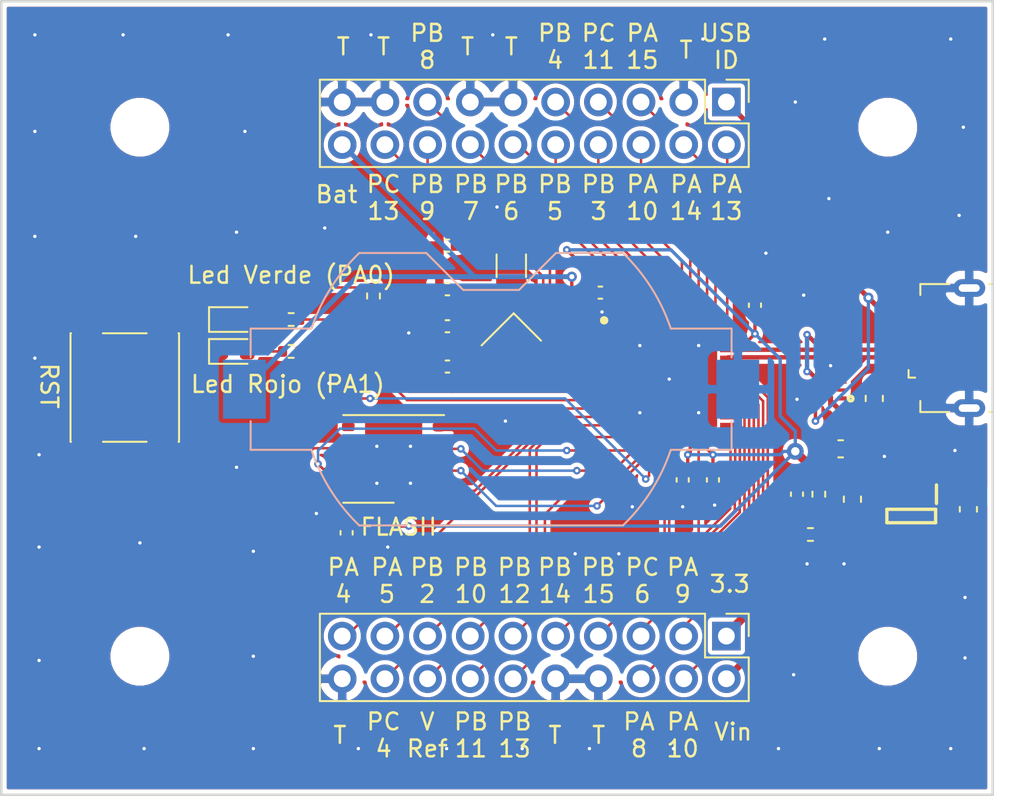
<source format=kicad_pcb>
(kicad_pcb (version 20171130) (host pcbnew "(5.1.9)-1")
  (layers (0 F.Cu signal) (31 B.Cu signal) (34 B.Paste user) (35 F.Paste user) (36 B.SilkS user hide) (37 F.SilkS user) (38 B.Mask user) (39 F.Mask user hide) (44 Edge.Cuts user))
  (net 0 "")
  (net 1 /OSC32_OUT)
  (net 2 /OSC32_IN)
  (net 3 GND)
  (net 4 /VBat)
  (net 5 "Net-(BUCK3.3-Pad5)")
  (net 6 /Vin)
  (net 7 "Net-(BUCK3.3-Pad3)")
  (net 8 /VDD)
  (net 9 /OSC_IN)
  (net 10 /OSC_OUT)
  (net 11 "Net-(EMI_VDDS_FILTER_USB1-Pad2)")
  (net 12 /SDIO3)
  (net 13 /SCLK)
  (net 14 /SDIO0)
  (net 15 /SDIO2)
  (net 16 /SDIO1)
  (net 17 /nCS)
  (net 18 "Net-(IC1-Pad6)")
  (net 19 "Net-(IC1-Pad1)")
  (net 20 /PB9)
  (net 21 /PB8-BOOT0)
  (net 22 /PB7)
  (net 23 /PB6)
  (net 24 /PB5)
  (net 25 /PB4)
  (net 26 /PB3)
  (net 27 /PC11)
  (net 28 /PC10)
  (net 29 /PA15)
  (net 30 /PA14)
  (net 31 /PA13)
  (net 32 /USB_D+)
  (net 33 /USB_D-)
  (net 34 /PA10)
  (net 35 /PA9)
  (net 36 /PA8)
  (net 37 /PC6)
  (net 38 /PB15)
  (net 39 /PB14)
  (net 40 /PB13)
  (net 41 /PB12)
  (net 42 /PB11)
  (net 43 /PB10)
  (net 44 /VREF)
  (net 45 /PB2)
  (net 46 /PC4)
  (net 47 /PA5)
  (net 48 /PA4)
  (net 49 /PA1)
  (net 50 /PA0)
  (net 51 /nRST)
  (net 52 /PC13)
  (net 53 /USB_ID)
  (net 54 "Net-(LED_ROJO1-Pad2)")
  (net 55 "Net-(LED_VERDE1-Pad2)")
  (net 56 "Net-(R_RST1-Pad2)")
  (module AUR9713AGH:MountingHole_3mm (layer F.Cu) (at 165.1 64.25)
    (fp_text reference REF** hide)
    (fp_text value MountingHole_3mm hide)
    (pad 1 np_thru_hole circle (at 0 0) (size 3 3) (drill 3) (layers *.Cu *.Mask))
  )
  (module AUR9713AGH:MountingHole_3mm (layer F.Cu) (at 165.1 95.75)
    (fp_text reference REF** hide)
    (fp_text value MountingHole_3mm hide)
    (pad 1 np_thru_hole circle (at 0 0) (size 3 3) (drill 3) (layers *.Cu *.Mask))
  )
  (module AUR9713AGH:MountingHole_3mm (layer F.Cu) (at 209.6 95.75)
    (fp_text reference REF** hide)
    (fp_text value MountingHole_3mm hide)
    (pad 1 np_thru_hole circle (at 0 0) (size 3 3) (drill 3) (layers *.Cu *.Mask))
  )
  (module AUR9713AGH:MountingHole_3mm (layer F.Cu) (at 209.6 64.25)
    (fp_text reference REF** hide)
    (fp_text value MountingHole_3mm hide)
    (pad 1 np_thru_hole circle (at 0 0) (size 3 3) (drill 3) (layers *.Cu *.Mask))
  )
  (module Button_Switch_SMD:SW_SPST_PTS645 (layer F.Cu) (at 164.2 79.75 270)
    (fp_text reference RST (at -0.1 4.5 270 unlocked) (layer F.SilkS))
    (fp_text value SW_DIP_x01 hide)
    (pad 2 smd rect (at 3.98 2.25 270) (size 1.55 1.3) (layers F.Cu F.Paste F.Mask) (net 56 "Net-(R_RST1-Pad2)"))
    (pad 1 smd rect (at 3.98 -2.25 270) (size 1.55 1.3) (layers F.Cu F.Paste F.Mask) (net 3 GND))
    (pad 1 smd rect (at -3.98 -2.25 270) (size 1.55 1.3) (layers F.Cu F.Paste F.Mask) (net 3 GND))
    (pad 2 smd rect (at -3.98 2.25 270) (size 1.55 1.3) (layers F.Cu F.Paste F.Mask) (net 56 "Net-(R_RST1-Pad2)"))
  )
  (module Resistor_SMD:R_0402_1005Metric (layer F.Cu) (at 179 74.3 90)
    (fp_text reference R_RST1 hide)
    (fp_text value 100 hide)
    (pad 2 smd roundrect (at 0.51 0 90) (size 0.54 0.64) (layers F.Cu F.Paste F.Mask) (net 56 "Net-(R_RST1-Pad2)"))
    (pad 1 smd roundrect (at -0.51 0 90) (size 0.54 0.64) (layers F.Cu F.Paste F.Mask) (net 51 /nRST))
  )
  (module Resistor_SMD:R_0402_1005Metric (layer F.Cu) (at 174.1 75.7 180)
    (fp_text reference R_LED_VERDE1 hide)
    (fp_text value 220 hide)
    (pad 2 smd roundrect (at 0.51 0 180) (size 0.54 0.64) (layers F.Cu F.Paste F.Mask) (net 55 "Net-(LED_VERDE1-Pad2)"))
    (pad 1 smd roundrect (at -0.51 0 180) (size 0.54 0.64) (layers F.Cu F.Paste F.Mask) (net 50 /PA0))
  )
  (module Resistor_SMD:R_0402_1005Metric (layer F.Cu) (at 174.1 77.6 180)
    (fp_text reference R_LED_ROJO1 hide)
    (fp_text value 180 hide)
    (pad 2 smd roundrect (at 0.51 0 180) (size 0.54 0.64) (layers F.Cu F.Paste F.Mask) (net 54 "Net-(LED_ROJO1-Pad2)"))
    (pad 1 smd roundrect (at -0.51 0 180) (size 0.54 0.64) (layers F.Cu F.Paste F.Mask) (net 49 /PA1))
  )
  (module LED_SMD:LED_0603_1608Metric (layer F.Cu) (at 170.7 75.7)
    (fp_text reference "Led Verde (PA0)" (at 3.4 -2.65) (layer F.SilkS))
    (fp_text value LED hide)
    (pad 2 smd roundrect (at 0.7875 0) (size 0.875 0.95) (layers F.Cu F.Paste F.Mask) (net 55 "Net-(LED_VERDE1-Pad2)"))
    (pad 1 smd roundrect (at -0.7875 0) (size 0.875 0.95) (layers F.Cu F.Paste F.Mask) (net 3 GND))
  )
  (module LED_SMD:LED_0603_1608Metric (layer F.Cu) (at 170.7 77.6)
    (fp_text reference "Led Rojo (PA1)" (at 3.2 1.95) (layer F.SilkS))
    (fp_text value LED hide)
    (pad 2 smd roundrect (at 0.7875 0) (size 0.875 0.95) (layers F.Cu F.Paste F.Mask) (net 54 "Net-(LED_ROJO1-Pad2)"))
    (pad 1 smd roundrect (at -0.7875 0) (size 0.875 0.95) (layers F.Cu F.Paste F.Mask) (net 3 GND))
  )
  (module Connector_USB:USB_Micro-B_GCT_USB3076-30-A (layer F.Cu) (at 213.25 77.4 90)
    (fp_text reference USB_IN1 hide)
    (fp_text value USB_B_Micro hide)
    (pad 6 smd rect (at -2.32 -1.03 90) (size 1.15 1.45) (layers F.Cu F.Paste F.Mask) (net 3 GND))
    (pad 6 smd rect (at 2.32 -1.03 90) (size 1.15 1.45) (layers F.Cu F.Paste F.Mask) (net 3 GND))
    (pad 6 thru_hole oval (at 3.575 1.2 90) (size 1.05 1.9) (drill oval 0.45 1.25) (layers *.Cu *.Mask) (net 3 GND))
    (pad 6 thru_hole oval (at -3.575 1.2 270) (size 1.05 1.9) (drill oval 0.45 1.25) (layers *.Cu *.Mask) (net 3 GND))
    (pad 6 smd rect (at -1.125 1.2 90) (size 1.75 1.9) (layers F.Cu F.Paste F.Mask) (net 3 GND))
    (pad 3 smd rect (at 0 -1.45 90) (size 0.4 1.4) (layers F.Cu F.Paste F.Mask) (net 32 /USB_D+))
    (pad 4 smd rect (at 0.65 -1.45 90) (size 0.4 1.4) (layers F.Cu F.Paste F.Mask) (net 53 /USB_ID))
    (pad 5 smd rect (at 1.3 -1.45 90) (size 0.4 1.4) (layers F.Cu F.Paste F.Mask) (net 3 GND))
    (pad 1 smd rect (at -1.3 -1.45 90) (size 0.4 1.4) (layers F.Cu F.Paste F.Mask) (net 11 "Net-(EMI_VDDS_FILTER_USB1-Pad2)"))
    (pad 2 smd rect (at -0.65 -1.45 90) (size 0.4 1.4) (layers F.Cu F.Paste F.Mask) (net 33 /USB_D-))
    (pad 6 smd rect (at 1.125 1.2 90) (size 1.75 1.9) (layers F.Cu F.Paste F.Mask) (net 3 GND))
  )
  (module STM32G491:QFN50P700X700X60-49N-D (layer F.Cu) (at 196.6 79.25)
    (fp_text reference STM32 hide)
    (fp_text value STM32G491CCU6 hide)
    (pad 49 smd rect (at 0 0) (size 5.7 5.7) (layers F.Cu F.Paste F.Mask) (net 3 GND))
    (pad 48 smd rect (at -2.75 -3.45) (size 0.3 0.85) (layers F.Cu F.Paste F.Mask) (net 8 /VDD))
    (pad 47 smd rect (at -2.25 -3.45) (size 0.3 0.85) (layers F.Cu F.Paste F.Mask) (net 20 /PB9))
    (pad 46 smd rect (at -1.75 -3.45) (size 0.3 0.85) (layers F.Cu F.Paste F.Mask) (net 21 /PB8-BOOT0))
    (pad 45 smd rect (at -1.25 -3.45) (size 0.3 0.85) (layers F.Cu F.Paste F.Mask) (net 22 /PB7))
    (pad 44 smd rect (at -0.75 -3.45) (size 0.3 0.85) (layers F.Cu F.Paste F.Mask) (net 23 /PB6))
    (pad 43 smd rect (at -0.25 -3.45) (size 0.3 0.85) (layers F.Cu F.Paste F.Mask) (net 24 /PB5))
    (pad 42 smd rect (at 0.25 -3.45) (size 0.3 0.85) (layers F.Cu F.Paste F.Mask) (net 25 /PB4))
    (pad 41 smd rect (at 0.75 -3.45) (size 0.3 0.85) (layers F.Cu F.Paste F.Mask) (net 26 /PB3))
    (pad 40 smd rect (at 1.25 -3.45) (size 0.3 0.85) (layers F.Cu F.Paste F.Mask) (net 27 /PC11))
    (pad 39 smd rect (at 1.75 -3.45) (size 0.3 0.85) (layers F.Cu F.Paste F.Mask) (net 28 /PC10))
    (pad 38 smd rect (at 2.25 -3.45) (size 0.3 0.85) (layers F.Cu F.Paste F.Mask) (net 29 /PA15))
    (pad 37 smd rect (at 2.75 -3.45) (size 0.3 0.85) (layers F.Cu F.Paste F.Mask) (net 30 /PA14))
    (pad 36 smd rect (at 3.45 -2.75 90) (size 0.3 0.85) (layers F.Cu F.Paste F.Mask) (net 31 /PA13))
    (pad 35 smd rect (at 3.45 -2.25 90) (size 0.3 0.85) (layers F.Cu F.Paste F.Mask) (net 8 /VDD))
    (pad 34 smd rect (at 3.45 -1.75 90) (size 0.3 0.85) (layers F.Cu F.Paste F.Mask) (net 32 /USB_D+))
    (pad 33 smd rect (at 3.45 -1.25 90) (size 0.3 0.85) (layers F.Cu F.Paste F.Mask) (net 33 /USB_D-))
    (pad 32 smd rect (at 3.45 -0.75 90) (size 0.3 0.85) (layers F.Cu F.Paste F.Mask) (net 34 /PA10))
    (pad 31 smd rect (at 3.45 -0.25 90) (size 0.3 0.85) (layers F.Cu F.Paste F.Mask) (net 35 /PA9))
    (pad 30 smd rect (at 3.45 0.25 90) (size 0.3 0.85) (layers F.Cu F.Paste F.Mask) (net 36 /PA8))
    (pad 29 smd rect (at 3.45 0.75 90) (size 0.3 0.85) (layers F.Cu F.Paste F.Mask) (net 37 /PC6))
    (pad 28 smd rect (at 3.45 1.25 90) (size 0.3 0.85) (layers F.Cu F.Paste F.Mask) (net 38 /PB15))
    (pad 27 smd rect (at 3.45 1.75 90) (size 0.3 0.85) (layers F.Cu F.Paste F.Mask) (net 39 /PB14))
    (pad 26 smd rect (at 3.45 2.25 90) (size 0.3 0.85) (layers F.Cu F.Paste F.Mask) (net 40 /PB13))
    (pad 25 smd rect (at 3.45 2.75 90) (size 0.3 0.85) (layers F.Cu F.Paste F.Mask) (net 41 /PB12))
    (pad 24 smd rect (at 2.75 3.45) (size 0.3 0.85) (layers F.Cu F.Paste F.Mask) (net 42 /PB11))
    (pad 23 smd rect (at 2.25 3.45) (size 0.3 0.85) (layers F.Cu F.Paste F.Mask) (net 8 /VDD))
    (pad 22 smd rect (at 1.75 3.45) (size 0.3 0.85) (layers F.Cu F.Paste F.Mask) (net 43 /PB10))
    (pad 21 smd rect (at 1.25 3.45) (size 0.3 0.85) (layers F.Cu F.Paste F.Mask) (net 8 /VDD))
    (pad 20 smd rect (at 0.75 3.45) (size 0.3 0.85) (layers F.Cu F.Paste F.Mask) (net 44 /VREF))
    (pad 19 smd rect (at 0.25 3.45) (size 0.3 0.85) (layers F.Cu F.Paste F.Mask) (net 45 /PB2))
    (pad 18 smd rect (at -0.25 3.45) (size 0.3 0.85) (layers F.Cu F.Paste F.Mask) (net 14 /SDIO0))
    (pad 17 smd rect (at -0.75 3.45) (size 0.3 0.85) (layers F.Cu F.Paste F.Mask) (net 16 /SDIO1))
    (pad 16 smd rect (at -1.25 3.45) (size 0.3 0.85) (layers F.Cu F.Paste F.Mask) (net 46 /PC4))
    (pad 15 smd rect (at -1.75 3.45) (size 0.3 0.85) (layers F.Cu F.Paste F.Mask) (net 15 /SDIO2))
    (pad 14 smd rect (at -2.25 3.45) (size 0.3 0.85) (layers F.Cu F.Paste F.Mask) (net 12 /SDIO3))
    (pad 13 smd rect (at -2.75 3.45) (size 0.3 0.85) (layers F.Cu F.Paste F.Mask) (net 47 /PA5))
    (pad 12 smd rect (at -3.45 2.75 90) (size 0.3 0.85) (layers F.Cu F.Paste F.Mask) (net 48 /PA4))
    (pad 11 smd rect (at -3.45 2.25 90) (size 0.3 0.85) (layers F.Cu F.Paste F.Mask) (net 13 /SCLK))
    (pad 10 smd rect (at -3.45 1.75 90) (size 0.3 0.85) (layers F.Cu F.Paste F.Mask) (net 17 /nCS))
    (pad 9 smd rect (at -3.45 1.25 90) (size 0.3 0.85) (layers F.Cu F.Paste F.Mask) (net 49 /PA1))
    (pad 8 smd rect (at -3.45 0.75 90) (size 0.3 0.85) (layers F.Cu F.Paste F.Mask) (net 50 /PA0))
    (pad 7 smd rect (at -3.45 0.25 90) (size 0.3 0.85) (layers F.Cu F.Paste F.Mask) (net 51 /nRST))
    (pad 6 smd rect (at -3.45 -0.25 90) (size 0.3 0.85) (layers F.Cu F.Paste F.Mask) (net 10 /OSC_OUT))
    (pad 5 smd rect (at -3.45 -0.75 90) (size 0.3 0.85) (layers F.Cu F.Paste F.Mask) (net 9 /OSC_IN))
    (pad 4 smd rect (at -3.45 -1.25 90) (size 0.3 0.85) (layers F.Cu F.Paste F.Mask) (net 1 /OSC32_OUT))
    (pad 3 smd rect (at -3.45 -1.75 90) (size 0.3 0.85) (layers F.Cu F.Paste F.Mask) (net 2 /OSC32_IN))
    (pad 2 smd rect (at -3.45 -2.25 90) (size 0.3 0.85) (layers F.Cu F.Paste F.Mask) (net 52 /PC13))
    (pad 1 smd rect (at -3.45 -2.75 90) (size 0.3 0.85) (layers F.Cu F.Paste F.Mask) (net 4 /VBat))
  )
  (module Resistor_SMD:R_0402_1005Metric (layer F.Cu) (at 205 88.5)
    (fp_text reference R102 hide)
    (fp_text value 100k hide)
    (pad 2 smd roundrect (at 0.51 0) (size 0.54 0.64) (layers F.Cu F.Paste F.Mask) (net 5 "Net-(BUCK3.3-Pad5)"))
    (pad 1 smd roundrect (at -0.51 0) (size 0.54 0.64) (layers F.Cu F.Paste F.Mask) (net 3 GND))
  )
  (module Resistor_SMD:R_0402_1005Metric (layer F.Cu) (at 205.5 86.1 90)
    (fp_text reference R101 hide)
    (fp_text value 450k hide)
    (pad 2 smd roundrect (at 0.51 0 90) (size 0.54 0.64) (layers F.Cu F.Paste F.Mask) (net 8 /VDD))
    (pad 1 smd roundrect (at -0.51 0 90) (size 0.54 0.64) (layers F.Cu F.Paste F.Mask) (net 5 "Net-(BUCK3.3-Pad5)"))
  )
  (module Inductor_SMD:L_0603_1608Metric (layer F.Cu) (at 207.5 86.4 90)
    (fp_text reference L101 hide)
    (fp_text value 2.2u hide)
    (pad 2 smd roundrect (at 0.7875 0 90) (size 0.875 0.95) (layers F.Cu F.Paste F.Mask) (net 8 /VDD))
    (pad 1 smd roundrect (at -0.7875 0 90) (size 0.875 0.95) (layers F.Cu F.Paste F.Mask) (net 7 "Net-(BUCK3.3-Pad3)"))
  )
  (module Connector_PinHeader_2.54mm:PinHeader_2x10_P2.54mm_Vertical (layer F.Cu) (at 200 94.55 270)
    (fp_text reference J2 hide)
    (fp_text value Conn_02x10_Odd_Even hide)
    (pad 1 thru_hole rect (at 0 0 270) (size 1.7 1.7) (drill 1) (layers *.Cu *.Mask) (net 8 /VDD))
    (pad 2 thru_hole oval (at 2.54 0 270) (size 1.7 1.7) (drill 1) (layers *.Cu *.Mask) (net 6 /Vin))
    (pad 3 thru_hole oval (at 0 2.54 270) (size 1.7 1.7) (drill 1) (layers *.Cu *.Mask) (net 35 /PA9))
    (pad 4 thru_hole oval (at 2.54 2.54 270) (size 1.7 1.7) (drill 1) (layers *.Cu *.Mask) (net 34 /PA10))
    (pad 5 thru_hole oval (at 0 5.08 270) (size 1.7 1.7) (drill 1) (layers *.Cu *.Mask) (net 37 /PC6))
    (pad 6 thru_hole oval (at 2.54 5.08 270) (size 1.7 1.7) (drill 1) (layers *.Cu *.Mask) (net 36 /PA8))
    (pad 7 thru_hole oval (at 0 7.62 270) (size 1.7 1.7) (drill 1) (layers *.Cu *.Mask) (net 38 /PB15))
    (pad 8 thru_hole oval (at 2.54 7.62 270) (size 1.7 1.7) (drill 1) (layers *.Cu *.Mask) (net 3 GND))
    (pad 9 thru_hole oval (at 0 10.16 270) (size 1.7 1.7) (drill 1) (layers *.Cu *.Mask) (net 39 /PB14))
    (pad 10 thru_hole oval (at 2.54 10.16 270) (size 1.7 1.7) (drill 1) (layers *.Cu *.Mask) (net 3 GND))
    (pad 11 thru_hole oval (at 0 12.7 270) (size 1.7 1.7) (drill 1) (layers *.Cu *.Mask) (net 41 /PB12))
    (pad 12 thru_hole oval (at 2.54 12.7 270) (size 1.7 1.7) (drill 1) (layers *.Cu *.Mask) (net 40 /PB13))
    (pad 13 thru_hole oval (at 0 15.24 270) (size 1.7 1.7) (drill 1) (layers *.Cu *.Mask) (net 43 /PB10))
    (pad 14 thru_hole oval (at 2.54 15.24 270) (size 1.7 1.7) (drill 1) (layers *.Cu *.Mask) (net 42 /PB11))
    (pad 15 thru_hole oval (at 0 17.78 270) (size 1.7 1.7) (drill 1) (layers *.Cu *.Mask) (net 45 /PB2))
    (pad 16 thru_hole oval (at 2.54 17.78 270) (size 1.7 1.7) (drill 1) (layers *.Cu *.Mask) (net 44 /VREF))
    (pad 17 thru_hole oval (at 0 20.32 270) (size 1.7 1.7) (drill 1) (layers *.Cu *.Mask) (net 47 /PA5))
    (pad 18 thru_hole oval (at 2.54 20.32 270) (size 1.7 1.7) (drill 1) (layers *.Cu *.Mask) (net 46 /PC4))
    (pad 19 thru_hole oval (at 0 22.86 270) (size 1.7 1.7) (drill 1) (layers *.Cu *.Mask) (net 48 /PA4))
    (pad 20 thru_hole oval (at 2.54 22.86 270) (size 1.7 1.7) (drill 1) (layers *.Cu *.Mask) (net 3 GND))
  )
  (module Connector_PinHeader_2.54mm:PinHeader_2x10_P2.54mm_Vertical (layer F.Cu) (at 200 62.75 270)
    (fp_text reference J1 hide)
    (fp_text value Conn_02x10_Odd_Even hide)
    (pad 20 thru_hole oval (at 2.54 22.86 270) (size 1.7 1.7) (drill 1) (layers *.Cu *.Mask) (net 4 /VBat))
    (pad 19 thru_hole oval (at 0 22.86 270) (size 1.7 1.7) (drill 1) (layers *.Cu *.Mask) (net 3 GND))
    (pad 18 thru_hole oval (at 2.54 20.32 270) (size 1.7 1.7) (drill 1) (layers *.Cu *.Mask) (net 52 /PC13))
    (pad 17 thru_hole oval (at 0 20.32 270) (size 1.7 1.7) (drill 1) (layers *.Cu *.Mask) (net 3 GND))
    (pad 16 thru_hole oval (at 2.54 17.78 270) (size 1.7 1.7) (drill 1) (layers *.Cu *.Mask) (net 20 /PB9))
    (pad 15 thru_hole oval (at 0 17.78 270) (size 1.7 1.7) (drill 1) (layers *.Cu *.Mask) (net 21 /PB8-BOOT0))
    (pad 14 thru_hole oval (at 2.54 15.24 270) (size 1.7 1.7) (drill 1) (layers *.Cu *.Mask) (net 22 /PB7))
    (pad 13 thru_hole oval (at 0 15.24 270) (size 1.7 1.7) (drill 1) (layers *.Cu *.Mask) (net 3 GND))
    (pad 12 thru_hole oval (at 2.54 12.7 270) (size 1.7 1.7) (drill 1) (layers *.Cu *.Mask) (net 23 /PB6))
    (pad 11 thru_hole oval (at 0 12.7 270) (size 1.7 1.7) (drill 1) (layers *.Cu *.Mask) (net 3 GND))
    (pad 10 thru_hole oval (at 2.54 10.16 270) (size 1.7 1.7) (drill 1) (layers *.Cu *.Mask) (net 24 /PB5))
    (pad 9 thru_hole oval (at 0 10.16 270) (size 1.7 1.7) (drill 1) (layers *.Cu *.Mask) (net 25 /PB4))
    (pad 8 thru_hole oval (at 2.54 7.62 270) (size 1.7 1.7) (drill 1) (layers *.Cu *.Mask) (net 26 /PB3))
    (pad 7 thru_hole oval (at 0 7.62 270) (size 1.7 1.7) (drill 1) (layers *.Cu *.Mask) (net 27 /PC11))
    (pad 6 thru_hole oval (at 2.54 5.08 270) (size 1.7 1.7) (drill 1) (layers *.Cu *.Mask) (net 28 /PC10))
    (pad 5 thru_hole oval (at 0 5.08 270) (size 1.7 1.7) (drill 1) (layers *.Cu *.Mask) (net 29 /PA15))
    (pad 4 thru_hole oval (at 2.54 2.54 270) (size 1.7 1.7) (drill 1) (layers *.Cu *.Mask) (net 30 /PA14))
    (pad 3 thru_hole oval (at 0 2.54 270) (size 1.7 1.7) (drill 1) (layers *.Cu *.Mask) (net 3 GND))
    (pad 2 thru_hole oval (at 2.54 0 270) (size 1.7 1.7) (drill 1) (layers *.Cu *.Mask) (net 31 /PA13))
    (pad 1 thru_hole rect (at 0 0 270) (size 1.7 1.7) (drill 1) (layers *.Cu *.Mask) (net 53 /USB_ID))
  )
  (module AUR9713AGH:RSE0008A (layer F.Cu) (at 206.2 79.9 180)
    (fp_text reference IC1 hide)
    (fp_text value TPD6E004RSER hide)
    (pad 8 smd rect (at 0 -0.65 180) (size 0.3 0.6) (layers F.Cu F.Paste F.Mask) (net 6 /Vin))
    (pad 7 smd rect (at 0.675 -0.5 270) (size 0.25 0.55) (layers F.Cu F.Paste F.Mask) (net 53 /USB_ID))
    (pad 6 smd rect (at 0.675 0 270) (size 0.2 0.55) (layers F.Cu F.Paste F.Mask) (net 18 "Net-(IC1-Pad6)"))
    (pad 5 smd rect (at 0.675 0.5 270) (size 0.25 0.55) (layers F.Cu F.Paste F.Mask) (net 32 /USB_D+))
    (pad 4 smd rect (at 0 0.65 180) (size 0.3 0.6) (layers F.Cu F.Paste F.Mask) (net 3 GND))
    (pad 3 smd rect (at -0.675 0.5 270) (size 0.25 0.55) (layers F.Cu F.Paste F.Mask) (net 33 /USB_D-))
    (pad 2 smd rect (at -0.675 0 270) (size 0.2 0.55) (layers F.Cu F.Paste F.Mask))
    (pad 1 smd rect (at -0.675 -0.5 270) (size 0.25 0.55) (layers F.Cu F.Paste F.Mask) (net 19 "Net-(IC1-Pad1)"))
  )
  (module Package_SON:WSON-8-1EP_6x5mm_P1.27mm_EP3.4x4.3mm (layer F.Cu) (at 180.2 84 180)
    (fp_text reference FLASH (at -0.3 -4.05) (layer F.SilkS))
    (fp_text value W25Q64JWZPIM hide)
    (pad 9 smd rect (at 0 0 180) (size 3.4 4.3) (layers F.Cu F.Mask) (net 3 GND))
    (pad 8 smd roundrect (at 2.7 -1.905 180) (size 0.75 0.5) (layers F.Cu F.Paste F.Mask) (net 8 /VDD))
    (pad 7 smd roundrect (at 2.7 -0.635 180) (size 0.75 0.5) (layers F.Cu F.Paste F.Mask) (net 12 /SDIO3))
    (pad 6 smd roundrect (at 2.7 0.635 180) (size 0.75 0.5) (layers F.Cu F.Paste F.Mask) (net 13 /SCLK))
    (pad 5 smd roundrect (at 2.7 1.905 180) (size 0.75 0.5) (layers F.Cu F.Paste F.Mask) (net 14 /SDIO0))
    (pad 4 smd roundrect (at -2.7 1.905 180) (size 0.75 0.5) (layers F.Cu F.Paste F.Mask) (net 3 GND))
    (pad 3 smd roundrect (at -2.7 0.635 180) (size 0.75 0.5) (layers F.Cu F.Paste F.Mask) (net 15 /SDIO2))
    (pad 2 smd roundrect (at -2.7 -0.635 180) (size 0.75 0.5) (layers F.Cu F.Paste F.Mask) (net 16 /SDIO1))
    (pad 1 smd roundrect (at -2.7 -1.905 180) (size 0.75 0.5) (layers F.Cu F.Paste F.Mask) (net 17 /nCS))
  )
  (module Inductor_SMD:L_0603_1608Metric (layer F.Cu) (at 208.8 80.4 90)
    (fp_text reference EMI_VDDS_FILTER_USB1 hide)
    (fp_text value "BLM18HE152SN1D " hide)
    (pad 2 smd roundrect (at 0.7875 0 90) (size 0.875 0.95) (layers F.Cu F.Paste F.Mask) (net 11 "Net-(EMI_VDDS_FILTER_USB1-Pad2)"))
    (pad 1 smd roundrect (at -0.7875 0 90) (size 0.875 0.95) (layers F.Cu F.Paste F.Mask) (net 6 /Vin))
  )
  (module Crystal:Crystal_SMD_2016-4Pin_2.0x1.6mm (layer F.Cu) (at 187.2 77.1 225)
    (fp_text reference Crystal_48MHz1 hide)
    (fp_text value CX2016DB48000C0FPLC1 hide)
    (pad 4 smd rect (at -0.7 -0.55 225) (size 0.9 0.8) (layers F.Cu F.Paste F.Mask))
    (pad 3 smd rect (at 0.7 -0.55 225) (size 0.9 0.8) (layers F.Cu F.Paste F.Mask) (net 10 /OSC_OUT))
    (pad 2 smd rect (at 0.7 0.55 225) (size 0.9 0.8) (layers F.Cu F.Paste F.Mask) (net 3 GND))
    (pad 1 smd rect (at -0.7 0.55 225) (size 0.9 0.8) (layers F.Cu F.Paste F.Mask) (net 9 /OSC_IN))
  )
  (module Capacitor_SMD:C_0402_1005Metric (layer F.Cu) (at 183.4 78.5 180)
    (fp_text reference "C2(opt)1" hide)
    (fp_text value 4p hide)
    (pad 2 smd roundrect (at 0.48 0 180) (size 0.56 0.62) (layers F.Cu F.Paste F.Mask) (net 3 GND))
    (pad 1 smd roundrect (at -0.48 0 180) (size 0.56 0.62) (layers F.Cu F.Paste F.Mask) (net 10 /OSC_OUT))
  )
  (module Capacitor_SMD:C_0402_1005Metric (layer F.Cu) (at 183.4 76.1 180)
    (fp_text reference "C1(opt)1" hide)
    (fp_text value 4p hide)
    (pad 2 smd roundrect (at 0.48 0 180) (size 0.56 0.62) (layers F.Cu F.Paste F.Mask) (net 3 GND))
    (pad 1 smd roundrect (at -0.48 0 180) (size 0.56 0.62) (layers F.Cu F.Paste F.Mask) (net 9 /OSC_IN))
  )
  (module Capacitor_SMD:C_0402_1005Metric (layer F.Cu) (at 204.2 86.1 90)
    (fp_text reference C203 hide)
    (fp_text value 13p hide)
    (pad 2 smd roundrect (at 0.48 0 90) (size 0.56 0.62) (layers F.Cu F.Paste F.Mask) (net 8 /VDD))
    (pad 1 smd roundrect (at -0.48 0 90) (size 0.56 0.62) (layers F.Cu F.Paste F.Mask) (net 5 "Net-(BUCK3.3-Pad5)"))
  )
  (module Capacitor_SMD:C_0603_1608Metric (layer F.Cu) (at 206.8 83.4)
    (fp_text reference C202 hide)
    (fp_text value 10u hide)
    (pad 2 smd roundrect (at 0.775 0) (size 0.9 0.95) (layers F.Cu F.Paste F.Mask) (net 3 GND))
    (pad 1 smd roundrect (at -0.775 0) (size 0.9 0.95) (layers F.Cu F.Paste F.Mask) (net 8 /VDD))
  )
  (module Capacitor_SMD:C_0603_1608Metric (layer F.Cu) (at 214.4 87 90)
    (fp_text reference C201 hide)
    (fp_text value 4.7u hide)
    (pad 2 smd roundrect (at 0.775 0 90) (size 0.9 0.95) (layers F.Cu F.Paste F.Mask) (net 3 GND))
    (pad 1 smd roundrect (at -0.775 0 90) (size 0.9 0.95) (layers F.Cu F.Paste F.Mask) (net 6 /Vin))
  )
  (module Capacitor_SMD:C_0402_1005Metric (layer F.Cu) (at 177.4 88.4 270)
    (fp_text reference C105 hide)
    (fp_text value 100n hide)
    (pad 2 smd roundrect (at 0.48 0 270) (size 0.56 0.62) (layers F.Cu F.Paste F.Mask) (net 3 GND))
    (pad 1 smd roundrect (at -0.48 0 270) (size 0.56 0.62) (layers F.Cu F.Paste F.Mask) (net 8 /VDD))
  )
  (module Capacitor_SMD:C_0402_1005Metric (layer F.Cu) (at 197.4 85.25 90)
    (fp_text reference C104 hide)
    (fp_text value 100n hide)
    (pad 2 smd roundrect (at 0.48 0 90) (size 0.56 0.62) (layers F.Cu F.Paste F.Mask) (net 8 /VDD))
    (pad 1 smd roundrect (at -0.48 0 90) (size 0.56 0.62) (layers F.Cu F.Paste F.Mask) (net 3 GND))
  )
  (module Capacitor_SMD:C_0402_1005Metric (layer F.Cu) (at 192.5 74.1)
    (fp_text reference C103 hide)
    (fp_text value 100n hide)
    (pad 2 smd roundrect (at 0.48 0) (size 0.56 0.62) (layers F.Cu F.Paste F.Mask) (net 8 /VDD))
    (pad 1 smd roundrect (at -0.48 0) (size 0.56 0.62) (layers F.Cu F.Paste F.Mask) (net 3 GND))
  )
  (module Capacitor_SMD:C_0402_1005Metric (layer F.Cu) (at 201.7 74.85 270)
    (fp_text reference C102 hide)
    (fp_text value 100n hide)
    (pad 2 smd roundrect (at 0.48 0 270) (size 0.56 0.62) (layers F.Cu F.Paste F.Mask) (net 8 /VDD))
    (pad 1 smd roundrect (at -0.48 0 270) (size 0.56 0.62) (layers F.Cu F.Paste F.Mask) (net 3 GND))
  )
  (module Capacitor_SMD:C_0402_1005Metric (layer F.Cu) (at 199.2 85.25 90)
    (fp_text reference C101 hide)
    (fp_text value 100n hide)
    (pad 2 smd roundrect (at 0.48 0 90) (size 0.56 0.62) (layers F.Cu F.Paste F.Mask) (net 8 /VDD))
    (pad 1 smd roundrect (at -0.48 0 90) (size 0.56 0.62) (layers F.Cu F.Paste F.Mask) (net 3 GND))
  )
  (module Capacitor_SMD:C_0402_1005Metric (layer F.Cu) (at 183.4 73.9 180)
    (fp_text reference C4 hide)
    (fp_text value 12p hide)
    (pad 2 smd roundrect (at 0.48 0 180) (size 0.56 0.62) (layers F.Cu F.Paste F.Mask) (net 3 GND))
    (pad 1 smd roundrect (at -0.48 0 180) (size 0.56 0.62) (layers F.Cu F.Paste F.Mask) (net 1 /OSC32_OUT))
  )
  (module Capacitor_SMD:C_0402_1005Metric (layer F.Cu) (at 183.4 71.3 180)
    (fp_text reference C3 hide)
    (fp_text value 12p hide)
    (pad 2 smd roundrect (at 0.48 0 180) (size 0.56 0.62) (layers F.Cu F.Paste F.Mask) (net 3 GND))
    (pad 1 smd roundrect (at -0.48 0 180) (size 0.56 0.62) (layers F.Cu F.Paste F.Mask) (net 2 /OSC32_IN))
  )
  (module AUR9713AGH:SOT95P280X100-5N (layer F.Cu) (at 211 87.4 270)
    (fp_text reference BUCK3.3 hide)
    (fp_text value AUR9713AGH hide)
    (pad 5 smd rect (at 1.3 -0.95) (size 0.6 1.1) (layers F.Cu F.Paste F.Mask) (net 5 "Net-(BUCK3.3-Pad5)"))
    (pad 4 smd rect (at 1.3 0.95) (size 0.6 1.1) (layers F.Cu F.Paste F.Mask) (net 6 /Vin))
    (pad 3 smd rect (at -1.3 0.95) (size 0.6 1.1) (layers F.Cu F.Paste F.Mask) (net 7 "Net-(BUCK3.3-Pad3)"))
    (pad 2 smd rect (at -1.3 0) (size 0.6 1.1) (layers F.Cu F.Paste F.Mask) (net 3 GND))
    (pad 1 smd rect (at -1.3 -0.95) (size 0.6 1.1) (layers F.Cu F.Paste F.Mask) (net 6 /Vin))
  )
  (module Battery:BatteryHolder_Keystone_1058_1x2032 (layer B.Cu) (at 186 79.85)
    (fp_text reference Battery1 hide)
    (fp_text value LIR2032 hide)
    (pad 2 smd rect (at 14.68 0) (size 2.54 3.51) (layers B.Cu B.Paste B.Mask) (net 3 GND))
    (pad 1 smd rect (at -14.68 0) (size 2.54 3.51) (layers B.Cu B.Paste B.Mask) (net 4 /VBat))
  )
  (module Crystal:Crystal_SMD_3215-2Pin_3.2x1.5mm (layer F.Cu) (at 187.2 72.5 90)
    (fp_text reference 32KHz_Crystal1 hide)
    (fp_text value "32KHz crystal" hide)
    (pad 2 smd rect (at -1.25 0 90) (size 1 1.8) (layers F.Cu F.Paste F.Mask) (net 1 /OSC32_OUT))
    (pad 1 smd rect (at 1.25 0 90) (size 1 1.8) (layers F.Cu F.Paste F.Mask) (net 2 /OSC32_IN))
  )
  (gr_line (start 215.85 104) (end 215.85 74.5) (layer Edge.Cuts) (width 0.15))
  (gr_line (start 215.6 104) (end 215.85 104) (layer Edge.Cuts) (width 0.15))
  (gr_line (start 156.85 104) (end 215.6 104) (layer Edge.Cuts) (width 0.15))
  (gr_line (start 156.85 56.75) (end 156.85 104) (layer Edge.Cuts) (width 0.15))
  (gr_line (start 215.85 56.75) (end 156.85 56.75) (layer Edge.Cuts) (width 0.15))
  (gr_line (start 215.85 74.5) (end 215.85 56.75) (layer Edge.Cuts) (width 0.15))
  (gr_text T (at 177 100.45) (layer F.SilkS) (effects (font (size 1 1))))
  (gr_text T (at 192.4 100.45) (layer F.SilkS) (effects (font (size 1 1))))
  (gr_text T (at 189.8 100.45) (layer F.SilkS) (effects (font (size 1 1))))
  (gr_text Vin (at 200.4 100.25) (layer F.SilkS) (effects (font (size 1 1))))
  (gr_text "PA\n10" (at 197.4 100.45) (layer F.SilkS) (effects (font (size 1 1))))
  (gr_text "PA\n8" (at 194.8 100.45) (layer F.SilkS) (effects (font (size 1 1))))
  (gr_text "PB\n13" (at 187.4 100.45) (layer F.SilkS) (effects (font (size 1 1))))
  (gr_text "PB\n11" (at 184.8 100.45) (layer F.SilkS) (effects (font (size 1 1))))
  (gr_text "V\nRef" (at 182.2 100.45) (layer F.SilkS) (effects (font (size 1 1))))
  (gr_text "PC\n4" (at 179.6 100.45) (layer F.SilkS) (effects (font (size 1 1))))
  (gr_text "PA\n4" (at 177.2 91.25) (layer F.SilkS) (effects (font (size 1 1))))
  (gr_text "PA\n5" (at 179.8 91.25) (layer F.SilkS) (effects (font (size 1 1))))
  (gr_text "PB\n2" (at 182.2 91.25) (layer F.SilkS) (effects (font (size 1 1))))
  (gr_text "PB\n10" (at 184.8 91.25) (layer F.SilkS) (effects (font (size 1 1))))
  (gr_text "PB\n12" (at 187.4 91.25) (layer F.SilkS) (effects (font (size 1 1))))
  (gr_text "PB\n14" (at 189.8 91.25) (layer F.SilkS) (effects (font (size 1 1))))
  (gr_text "PB\n15" (at 192.4 91.25) (layer F.SilkS) (effects (font (size 1 1))))
  (gr_text "PC\n6" (at 195 91.25) (layer F.SilkS) (effects (font (size 1 1))))
  (gr_text "PA\n9" (at 197.4 91.25) (layer F.SilkS) (effects (font (size 1 1))))
  (gr_text 3.3 (at 200.2 91.45) (layer F.SilkS) (effects (font (size 1 1))))
  (gr_text T (at 197.6 59.65) (layer F.SilkS) (effects (font (size 1 1))))
  (gr_text T (at 187.2 59.45) (layer F.SilkS) (effects (font (size 1 1))))
  (gr_text T (at 184.6 59.45) (layer F.SilkS) (effects (font (size 1 1))))
  (gr_text T (at 179.6 59.45) (layer F.SilkS) (effects (font (size 1 1))))
  (gr_text T (at 177.2 59.45) (layer F.SilkS) (effects (font (size 1 1))))
  (gr_text "PB\n8" (at 182.2 59.45) (layer F.SilkS) (effects (font (size 1 1) (thickness 0.153))))
  (gr_text "PB\n4" (at 189.8 59.45) (layer F.SilkS) (effects (font (size 1 1) (thickness 0.153))))
  (gr_text "PC\n11" (at 192.4 59.45) (layer F.SilkS) (effects (font (size 1 1) (thickness 0.153))))
  (gr_text "PA\n15" (at 195 59.45) (layer F.SilkS) (effects (font (size 1 1) (thickness 0.153))))
  (gr_text "USB\nID" (at 200 59.45) (layer F.SilkS) (effects (font (size 1 1) (thickness 0.153))))
  (gr_text Bat (at 176.8 68.25) (layer F.SilkS) (effects (font (size 1 1) (thickness 0.153))))
  (gr_text "PC\n13" (at 179.6 68.45) (layer F.SilkS) (effects (font (size 1 1) (thickness 0.153))))
  (gr_text "PB\n9" (at 182.2 68.45) (layer F.SilkS) (effects (font (size 1 1) (thickness 0.153))))
  (gr_text "PB\n7" (at 184.8 68.45) (layer F.SilkS) (effects (font (size 1 1) (thickness 0.153))))
  (gr_text "PB\n6" (at 187.2 68.45) (layer F.SilkS) (effects (font (size 1 1) (thickness 0.153))))
  (gr_text "PB\n5" (at 189.8 68.45) (layer F.SilkS) (effects (font (size 1 1) (thickness 0.153))))
  (gr_text "PB\n3" (at 192.4 68.45) (layer F.SilkS) (effects (font (size 1 1) (thickness 0.153))))
  (gr_text "PA\n10" (at 195 68.45) (layer F.SilkS) (effects (font (size 1 1) (thickness 0.153))))
  (gr_text "PA\n14" (at 197.6 68.45) (layer F.SilkS) (effects (font (size 1 1) (thickness 0.153))))
  (gr_text "PA\n13" (at 200 68.45) (layer F.SilkS) (effects (font (size 1 1) (thickness 0.153))))
  (via (at 179.2 85.45) (size 0.45) (drill 0.2) (layers F.Cu B.Cu) (net 3))
  (via (at 179.2 83.25) (size 0.45) (drill 0.2) (layers F.Cu B.Cu) (net 3))
  (via (at 181.2 83.25) (size 0.45) (drill 0.2) (layers F.Cu B.Cu) (net 3))
  (via (at 181.2 85.45) (size 0.45) (drill 0.2) (layers F.Cu B.Cu) (net 3))
  (via (at 198.35 81.25) (size 0.45) (drill 0.2) (layers F.Cu B.Cu) (net 3))
  (via (at 198.35 77.25) (size 0.45) (drill 0.2) (layers F.Cu B.Cu) (net 3))
  (via (at 194.85 77.25) (size 0.45) (drill 0.2) (layers F.Cu B.Cu) (net 3))
  (via (at 196.6 79.25) (size 0.45) (drill 0.2) (layers F.Cu B.Cu) (net 3))
  (via (at 194.85 81.25) (size 0.45) (drill 0.2) (layers F.Cu B.Cu) (net 3))
  (via (at 190.5 71.55) (size 0.45) (drill 0.2) (layers F.Cu B.Cu) (net 8))
  (via (at 201.7 76.55) (size 0.45) (drill 0.2) (layers F.Cu B.Cu) (net 8))
  (via (at 204.1 83.55) (size 1) (drill 0.5) (layers F.Cu B.Cu) (net 8))
  (via (at 205.3 81.75) (size 0.45) (drill 0.2) (layers F.Cu B.Cu) (net 53))
  (via (at 197.7 83.75) (size 0.45) (drill 0.2) (layers F.Cu B.Cu) (net 8))
  (via (at 199.2 83.75) (size 0.45) (drill 0.2) (layers F.Cu B.Cu) (net 8))
  (via (at 199.3 86.75) (size 0.45) (drill 0.2) (layers F.Cu B.Cu) (net 3))
  (via (at 197.4 86.85) (size 0.45) (drill 0.2) (layers F.Cu B.Cu) (net 3))
  (segment (start 184.03 73.75) (end 183.88 73.9) (width 0.15) (layer F.Cu) (net 1))
  (segment (start 187.2 73.75) (end 184.03 73.75) (width 0.15) (layer F.Cu) (net 1))
  (segment (start 188.325 73.75) (end 187.2 73.75) (width 0.15) (layer F.Cu) (net 1))
  (segment (start 192.575 78) (end 188.325 73.75) (width 0.15) (layer F.Cu) (net 1))
  (segment (start 193.15 78) (end 192.575 78) (width 0.15) (layer F.Cu) (net 1))
  (segment (start 183.93 71.25) (end 183.88 71.3) (width 0.15) (layer F.Cu) (net 2))
  (segment (start 187.2 71.25) (end 183.93 71.25) (width 0.15) (layer F.Cu) (net 2))
  (segment (start 192.575 77.5) (end 189.1 74.025) (width 0.15) (layer F.Cu) (net 2))
  (segment (start 193.15 77.5) (end 192.575 77.5) (width 0.15) (layer F.Cu) (net 2))
  (segment (start 189.1 73.15) (end 187.2 71.25) (width 0.15) (layer F.Cu) (net 2))
  (segment (start 189.1 74.025) (end 189.1 73.15) (width 0.15) (layer F.Cu) (net 2))
  (segment (start 197.4 85.73) (end 197.4 86.85) (width 0.2) (layer F.Cu) (net 3))
  (segment (start 199.3 85.83) (end 199.2 85.73) (width 0.2) (layer F.Cu) (net 3))
  (segment (start 199.3 86.75) (end 199.3 85.83) (width 0.2) (layer F.Cu) (net 3))
  (segment (start 190.8 73.15) (end 190.8 73.15) (width 0.15) (layer F.Cu) (net 4))
  (via (at 190.8 73.15) (size 0.6) (drill 0.3) (layers F.Cu B.Cu) (net 4))
  (segment (start 211.95 88.7) (end 211.95 88.85) (width 0.4) (layer F.Cu) (net 5))
  (segment (start 205.51 86.62) (end 205.5 86.61) (width 0.4) (layer F.Cu) (net 5))
  (segment (start 205.51 88.5) (end 205.51 86.62) (width 0.4) (layer F.Cu) (net 5))
  (segment (start 204.23 86.61) (end 204.2 86.58) (width 0.4) (layer F.Cu) (net 5))
  (segment (start 205.5 86.61) (end 204.23 86.61) (width 0.4) (layer F.Cu) (net 5))
  (segment (start 211.95 88.8) (end 210.9 89.85) (width 0.4) (layer F.Cu) (net 5))
  (segment (start 211.95 88.7) (end 211.95 88.8) (width 0.4) (layer F.Cu) (net 5))
  (via (at 204.8 76.6) (size 0.45) (drill 0.2) (layers F.Cu B.Cu) (net 32))
  (segment (start 206.8375 81.1875) (end 206.2 80.55) (width 0.3) (layer F.Cu) (net 6))
  (segment (start 208.8 81.1875) (end 206.8375 81.1875) (width 0.3) (layer F.Cu) (net 6))
  (segment (start 214.275 86.1) (end 214.4 86.225) (width 0.4) (layer F.Cu) (net 3))
  (via (at 204.6 74.25) (size 0.45) (drill 0.2) (layers F.Cu B.Cu) (net 3))
  (via (at 202.35 71.75) (size 0.45) (drill 0.2) (layers F.Cu B.Cu) (net 3))
  (via (at 209.6 70.5) (size 0.45) (drill 0.2) (layers F.Cu B.Cu) (net 3))
  (via (at 206.1 68.5) (size 0.45) (drill 0.2) (layers F.Cu B.Cu) (net 3))
  (via (at 205.85 59) (size 0.45) (drill 0.2) (layers F.Cu B.Cu) (net 3))
  (via (at 213.35 59) (size 0.45) (drill 0.2) (layers F.Cu B.Cu) (net 3))
  (via (at 170.35 58.75) (size 0.45) (drill 0.2) (layers F.Cu B.Cu) (net 3))
  (via (at 178.85 58.75) (size 0.45) (drill 0.2) (layers F.Cu B.Cu) (net 3))
  (via (at 186.1 58.75) (size 0.45) (drill 0.2) (layers F.Cu B.Cu) (net 3))
  (via (at 192.6 59) (size 0.45) (drill 0.2) (layers F.Cu B.Cu) (net 3))
  (via (at 198.6 59) (size 0.45) (drill 0.2) (layers F.Cu B.Cu) (net 3))
  (via (at 181.1 76.5) (size 0.45) (drill 0.2) (layers F.Cu B.Cu) (net 3))
  (via (at 176.35 79.5) (size 0.45) (drill 0.2) (layers F.Cu B.Cu) (net 3))
  (via (at 170.85 84.5) (size 0.45) (drill 0.2) (layers F.Cu B.Cu) (net 3))
  (via (at 171.85 89.5) (size 0.45) (drill 0.2) (layers F.Cu B.Cu) (net 3))
  (via (at 171.85 95.75) (size 0.45) (drill 0.2) (layers F.Cu B.Cu) (net 3))
  (via (at 171.85 101.25) (size 0.45) (drill 0.2) (layers F.Cu B.Cu) (net 3))
  (via (at 165.35 101.25) (size 0.45) (drill 0.2) (layers F.Cu B.Cu) (net 3))
  (via (at 159.1 101.25) (size 0.45) (drill 0.2) (layers F.Cu B.Cu) (net 3))
  (via (at 159.1 96) (size 0.45) (drill 0.2) (layers F.Cu B.Cu) (net 3))
  (via (at 159.1 89.25) (size 0.45) (drill 0.2) (layers F.Cu B.Cu) (net 3))
  (via (at 159.1 83.75) (size 0.45) (drill 0.2) (layers F.Cu B.Cu) (net 3))
  (via (at 158.85 78) (size 0.45) (drill 0.2) (layers F.Cu B.Cu) (net 3))
  (via (at 158.85 70.75) (size 0.45) (drill 0.2) (layers F.Cu B.Cu) (net 3))
  (via (at 158.85 64.5) (size 0.45) (drill 0.2) (layers F.Cu B.Cu) (net 3))
  (via (at 158.85 58.75) (size 0.45) (drill 0.2) (layers F.Cu B.Cu) (net 3))
  (via (at 164.1 58.75) (size 0.45) (drill 0.2) (layers F.Cu B.Cu) (net 3))
  (via (at 164.85 70.75) (size 0.45) (drill 0.2) (layers F.Cu B.Cu) (net 3))
  (via (at 170.85 70.5) (size 0.45) (drill 0.2) (layers F.Cu B.Cu) (net 3))
  (via (at 176.1 70.25) (size 0.45) (drill 0.2) (layers F.Cu B.Cu) (net 3))
  (via (at 171.35 64.5) (size 0.45) (drill 0.2) (layers F.Cu B.Cu) (net 3))
  (via (at 213.6 83.5) (size 0.45) (drill 0.2) (layers F.Cu B.Cu) (net 3))
  (via (at 213.85 69.5) (size 0.45) (drill 0.2) (layers F.Cu B.Cu) (net 3))
  (via (at 214.1 64.25) (size 0.45) (drill 0.2) (layers F.Cu B.Cu) (net 3))
  (via (at 204.1 62.75) (size 0.45) (drill 0.2) (layers F.Cu B.Cu) (net 3))
  (via (at 213.35 101.25) (size 0.45) (drill 0.2) (layers F.Cu B.Cu) (net 3))
  (via (at 209.1 101.25) (size 0.45) (drill 0.2) (layers F.Cu B.Cu) (net 3))
  (via (at 203.1 101.25) (size 0.45) (drill 0.2) (layers F.Cu B.Cu) (net 3))
  (via (at 196.85 101.25) (size 0.45) (drill 0.2) (layers F.Cu B.Cu) (net 3))
  (via (at 191.85 101.25) (size 0.45) (drill 0.2) (layers F.Cu B.Cu) (net 3))
  (via (at 187.85 101.25) (size 0.45) (drill 0.2) (layers F.Cu B.Cu) (net 3))
  (via (at 183.35 101.25) (size 0.45) (drill 0.2) (layers F.Cu B.Cu) (net 3))
  (via (at 178.1 101.25) (size 0.45) (drill 0.2) (layers F.Cu B.Cu) (net 3))
  (via (at 165.1 89) (size 0.45) (drill 0.2) (layers F.Cu B.Cu) (net 3))
  (via (at 186.35 69) (size 0.45) (drill 0.2) (layers F.Cu B.Cu) (net 3))
  (via (at 175.6 87.25) (size 0.45) (drill 0.2) (layers F.Cu B.Cu) (net 3))
  (via (at 179.85 89.25) (size 0.45) (drill 0.2) (layers F.Cu B.Cu) (net 3))
  (segment (start 211.8 75.5) (end 212.22 75.08) (width 0.4) (layer F.Cu) (net 3))
  (segment (start 211.8 76.1) (end 211.8 75.5) (width 0.4) (layer F.Cu) (net 3))
  (via (at 186.85 81.75) (size 0.45) (drill 0.2) (layers F.Cu B.Cu) (net 3))
  (via (at 206.2 78.45) (size 0.45) (drill 0.2) (layers F.Cu B.Cu) (net 3))
  (segment (start 206.2 79.25) (end 206.2 78.45) (width 0.3) (layer F.Cu) (net 3))
  (via (at 209.4 83.85) (size 0.45) (drill 0.2) (layers F.Cu B.Cu) (net 3))
  (via (at 204.8 90.25) (size 0.45) (drill 0.2) (layers F.Cu B.Cu) (net 3))
  (via (at 207 90.25) (size 0.45) (drill 0.2) (layers F.Cu B.Cu) (net 3))
  (via (at 214.2 95.85) (size 0.45) (drill 0.2) (layers F.Cu B.Cu) (net 3))
  (via (at 214.2 92.25) (size 0.45) (drill 0.2) (layers F.Cu B.Cu) (net 3))
  (via (at 204.2 80.45) (size 0.45) (drill 0.2) (layers F.Cu B.Cu) (net 3))
  (via (at 204 96.85) (size 0.45) (drill 0.2) (layers F.Cu B.Cu) (net 3))
  (via (at 194.4 86.85) (size 0.45) (drill 0.2) (layers F.Cu B.Cu) (net 3))
  (via (at 193.6 89.65) (size 0.45) (drill 0.2) (layers F.Cu B.Cu) (net 3))
  (via (at 191 89.65) (size 0.45) (drill 0.2) (layers F.Cu B.Cu) (net 3))
  (via (at 192.6 75.25) (size 0.45) (drill 0.2) (layers F.Cu B.Cu) (net 3))
  (segment (start 178.02 73.15) (end 171.32 79.85) (width 0.3) (layer B.Cu) (net 4))
  (segment (start 185 73.15) (end 185.1 73.15) (width 0.3) (layer B.Cu) (net 4))
  (segment (start 177.14 65.29) (end 185 73.15) (width 0.3) (layer B.Cu) (net 4))
  (segment (start 185.1 73.15) (end 178.02 73.15) (width 0.3) (layer B.Cu) (net 4))
  (segment (start 190.8 73.15) (end 185.1 73.15) (width 0.3) (layer B.Cu) (net 4))
  (segment (start 193.15 76.5) (end 192.502106 76.5) (width 0.2) (layer F.Cu) (net 4))
  (segment (start 190.8 74.797894) (end 190.8 73.15) (width 0.2) (layer F.Cu) (net 4))
  (segment (start 192.502106 76.5) (end 190.8 74.797894) (width 0.2) (layer F.Cu) (net 4))
  (segment (start 210.9 89.85) (end 209 89.85) (width 0.4) (layer F.Cu) (net 5))
  (segment (start 207.65 88.5) (end 205.51 88.5) (width 0.4) (layer F.Cu) (net 5))
  (segment (start 209 89.85) (end 207.65 88.5) (width 0.4) (layer F.Cu) (net 5))
  (segment (start 211.95 86.8) (end 210.05 88.7) (width 0.4) (layer F.Cu) (net 6))
  (segment (start 211.95 86.1) (end 211.95 86.8) (width 0.4) (layer F.Cu) (net 6))
  (segment (start 211.95 84.3375) (end 211.95 86.1) (width 0.4) (layer F.Cu) (net 6))
  (segment (start 208.8 81.1875) (end 211.95 84.3375) (width 0.4) (layer F.Cu) (net 6))
  (segment (start 200 97.09) (end 205.6 91.49) (width 0.4) (layer F.Cu) (net 6))
  (segment (start 212.725 86.1) (end 214.4 87.775) (width 0.4) (layer F.Cu) (net 6))
  (segment (start 211.95 86.1) (end 212.725 86.1) (width 0.4) (layer F.Cu) (net 6))
  (segment (start 205.6 91.49) (end 211.56 91.49) (width 0.4) (layer F.Cu) (net 6))
  (segment (start 214.4 88.65) (end 214.4 87.775) (width 0.4) (layer F.Cu) (net 6))
  (segment (start 211.56 91.49) (end 214.4 88.65) (width 0.4) (layer F.Cu) (net 6))
  (segment (start 207.45 87.2375) (end 207.5 87.1875) (width 0.4) (layer F.Cu) (net 7))
  (segment (start 208.5875 86.1) (end 207.5 87.1875) (width 0.4) (layer F.Cu) (net 7))
  (segment (start 210.05 86.1) (end 208.5875 86.1) (width 0.4) (layer F.Cu) (net 7))
  (segment (start 193.85 74.97) (end 192.98 74.1) (width 0.3) (layer F.Cu) (net 8))
  (segment (start 193.85 75.8) (end 193.85 74.97) (width 0.3) (layer F.Cu) (net 8))
  (segment (start 177.4 86.005) (end 177.5 85.905) (width 0.15) (layer F.Cu) (net 8))
  (segment (start 177.4 87.92) (end 177.4 86.005) (width 0.15) (layer F.Cu) (net 8))
  (segment (start 205.5225 85.6125) (end 205.5 85.59) (width 0.4) (layer F.Cu) (net 8))
  (segment (start 207.5 85.6125) (end 205.5225 85.6125) (width 0.4) (layer F.Cu) (net 8))
  (segment (start 205.47 85.62) (end 205.5 85.59) (width 0.4) (layer F.Cu) (net 8))
  (segment (start 204.2 85.62) (end 205.47 85.62) (width 0.4) (layer F.Cu) (net 8))
  (segment (start 206.025 85.065) (end 205.5 85.59) (width 0.4) (layer F.Cu) (net 8))
  (segment (start 206.025 83.4) (end 206.025 85.065) (width 0.4) (layer F.Cu) (net 8))
  (segment (start 198.85 83.4) (end 198.85 82.7) (width 0.2) (layer F.Cu) (net 8))
  (segment (start 199.2 83.75) (end 198.85 83.4) (width 0.2) (layer F.Cu) (net 8))
  (segment (start 199.2 83.75) (end 199.2 84.77) (width 0.2) (layer F.Cu) (net 8))
  (segment (start 197.7 84.47) (end 197.4 84.77) (width 0.2) (layer F.Cu) (net 8))
  (segment (start 197.7 83.75) (end 197.7 84.47) (width 0.2) (layer F.Cu) (net 8))
  (segment (start 197.85 83.6) (end 197.85 82.7) (width 0.2) (layer F.Cu) (net 8))
  (segment (start 197.7 83.75) (end 197.85 83.6) (width 0.2) (layer F.Cu) (net 8))
  (segment (start 200 94.55) (end 200 94.45) (width 0.3) (layer F.Cu) (net 8))
  (segment (start 205.5 84.95) (end 204.1 83.55) (width 0.5) (layer F.Cu) (net 8))
  (segment (start 205.5 85.59) (end 205.5 84.95) (width 0.5) (layer F.Cu) (net 8))
  (segment (start 204.1 83.55) (end 203.4 83.55) (width 0.2) (layer B.Cu) (net 8))
  (segment (start 203.2 83.75) (end 199.2 83.75) (width 0.2) (layer B.Cu) (net 8))
  (segment (start 203.4 83.55) (end 203.2 83.75) (width 0.2) (layer B.Cu) (net 8))
  (segment (start 197.7 83.75) (end 199.2 83.75) (width 0.2) (layer B.Cu) (net 8))
  (segment (start 201.7 76.55) (end 201.7 75.33) (width 0.2) (layer F.Cu) (net 8))
  (segment (start 201.25 77) (end 201.7 76.55) (width 0.2) (layer F.Cu) (net 8))
  (segment (start 200.05 77) (end 201.25 77) (width 0.2) (layer F.Cu) (net 8))
  (segment (start 196.7 71.55) (end 190.5 71.55) (width 0.2) (layer B.Cu) (net 8))
  (segment (start 201.7 76.55) (end 196.7 71.55) (width 0.2) (layer B.Cu) (net 8))
  (segment (start 192.98 74.03) (end 192.98 74.1) (width 0.2) (layer F.Cu) (net 8))
  (segment (start 190.5 71.55) (end 192.98 74.03) (width 0.2) (layer F.Cu) (net 8))
  (segment (start 204.1 83.55) (end 199.65 88) (width 0.2) (layer B.Cu) (net 8))
  (segment (start 199.65 88) (end 181.1 88) (width 0.2) (layer B.Cu) (net 8))
  (segment (start 181.1 88) (end 181.1 88) (width 0.2) (layer B.Cu) (net 8))
  (via (at 181.1 88) (size 0.45) (drill 0.2) (layers F.Cu B.Cu) (net 8))
  (segment (start 177.48 88) (end 177.4 87.92) (width 0.2) (layer F.Cu) (net 8))
  (segment (start 181.1 88) (end 177.48 88) (width 0.2) (layer F.Cu) (net 8))
  (segment (start 203.2 78.05) (end 201.7 76.55) (width 0.2) (layer B.Cu) (net 8))
  (segment (start 203.2 81.45) (end 203.2 78.05) (width 0.2) (layer B.Cu) (net 8))
  (segment (start 204.1 82.35) (end 203.2 81.45) (width 0.2) (layer B.Cu) (net 8))
  (segment (start 204.1 83.55) (end 204.1 82.35) (width 0.2) (layer B.Cu) (net 8))
  (segment (start 203 91.45) (end 200 94.45) (width 0.5) (layer F.Cu) (net 8))
  (segment (start 203 86.05) (end 203 91.45) (width 0.5) (layer F.Cu) (net 8))
  (segment (start 203.43 85.62) (end 203 86.05) (width 0.5) (layer F.Cu) (net 8))
  (segment (start 204.2 85.62) (end 203.43 85.62) (width 0.5) (layer F.Cu) (net 8))
  (segment (start 187.624264 75.897919) (end 187.306066 76.216117) (width 0.15) (layer F.Cu) (net 9))
  (segment (start 188.497919 75.897919) (end 187.624264 75.897919) (width 0.15) (layer F.Cu) (net 9))
  (segment (start 183.996117 76.216117) (end 183.88 76.1) (width 0.15) (layer F.Cu) (net 9))
  (segment (start 187.306066 76.216117) (end 183.996117 76.216117) (width 0.15) (layer F.Cu) (net 9))
  (segment (start 191.1 78.5) (end 188.497919 75.897919) (width 0.15) (layer F.Cu) (net 9))
  (segment (start 193.15 78.5) (end 191.1 78.5) (width 0.15) (layer F.Cu) (net 9))
  (segment (start 186.577817 78.5) (end 183.88 78.5) (width 0.15) (layer F.Cu) (net 10))
  (segment (start 187.093934 77.983883) (end 186.577817 78.5) (width 0.15) (layer F.Cu) (net 10))
  (segment (start 188.110051 79) (end 187.093934 77.983883) (width 0.15) (layer F.Cu) (net 10))
  (segment (start 193.15 79) (end 188.110051 79) (width 0.15) (layer F.Cu) (net 10))
  (segment (start 209.7125 78.7) (end 208.8 79.6125) (width 0.4) (layer F.Cu) (net 11))
  (segment (start 211.8 78.7) (end 209.7125 78.7) (width 0.4) (layer F.Cu) (net 11))
  (segment (start 194.35 83.138602) (end 193.988602 83.5) (width 0.15) (layer F.Cu) (net 12))
  (segment (start 194.35 82.7) (end 194.35 83.138602) (width 0.15) (layer F.Cu) (net 12))
  (segment (start 193.988602 83.5) (end 190.5 83.5) (width 0.15) (layer F.Cu) (net 12))
  (segment (start 190.5 83.5) (end 190.5 83.5) (width 0.15) (layer F.Cu) (net 12))
  (via (at 190.5 83.5) (size 0.45) (drill 0.2) (layers F.Cu B.Cu) (net 12))
  (segment (start 190.5 83.5) (end 186.3 83.5) (width 0.15) (layer B.Cu) (net 12))
  (segment (start 186.3 83.5) (end 185 82.2) (width 0.15) (layer B.Cu) (net 12))
  (segment (start 185 82.2) (end 177 82.2) (width 0.15) (layer B.Cu) (net 12))
  (segment (start 177 82.2) (end 175.7 83.5) (width 0.15) (layer B.Cu) (net 12))
  (segment (start 175.7 83.5) (end 175.7 84.3) (width 0.15) (layer B.Cu) (net 12))
  (segment (start 175.7 84.3) (end 175.7 84.3) (width 0.15) (layer B.Cu) (net 12))
  (via (at 175.7 84.3) (size 0.45) (drill 0.2) (layers F.Cu B.Cu) (net 12))
  (segment (start 175.7 84.3) (end 176 84.6) (width 0.15) (layer F.Cu) (net 12))
  (segment (start 177.465 84.6) (end 177.5 84.635) (width 0.15) (layer F.Cu) (net 12))
  (segment (start 176 84.6) (end 177.465 84.6) (width 0.15) (layer F.Cu) (net 12))
  (segment (start 189.8165 81.5) (end 193.15 81.5) (width 0.15) (layer F.Cu) (net 13))
  (segment (start 176.2 90.5) (end 180.8165 90.5) (width 0.15) (layer F.Cu) (net 13))
  (segment (start 174.3 88.6) (end 176.2 90.5) (width 0.15) (layer F.Cu) (net 13))
  (segment (start 174.3 84.5) (end 174.3 88.6) (width 0.15) (layer F.Cu) (net 13))
  (segment (start 180.8165 90.5) (end 189.8165 81.5) (width 0.15) (layer F.Cu) (net 13))
  (segment (start 175.435 83.365) (end 174.3 84.5) (width 0.15) (layer F.Cu) (net 13))
  (segment (start 177.5 83.365) (end 175.435 83.365) (width 0.15) (layer F.Cu) (net 13))
  (segment (start 196.35 83.138602) (end 195.4 84.088602) (width 0.15) (layer F.Cu) (net 14))
  (segment (start 196.35 82.7) (end 196.35 83.138602) (width 0.15) (layer F.Cu) (net 14))
  (segment (start 195.4 84.088602) (end 195.4 85) (width 0.15) (layer F.Cu) (net 14))
  (segment (start 195.4 85) (end 195.2 85.2) (width 0.15) (layer F.Cu) (net 14))
  (segment (start 195.2 85.2) (end 195.2 85.2) (width 0.15) (layer F.Cu) (net 14))
  (via (at 195.2 85.2) (size 0.45) (drill 0.2) (layers F.Cu B.Cu) (net 14))
  (segment (start 195.2 85.2) (end 190.4 80.4) (width 0.15) (layer B.Cu) (net 14))
  (segment (start 190.4 80.4) (end 178.8 80.4) (width 0.15) (layer B.Cu) (net 14))
  (segment (start 178.8 80.4) (end 178.8 80.4) (width 0.15) (layer B.Cu) (net 14))
  (via (at 178.8 80.4) (size 0.45) (drill 0.2) (layers F.Cu B.Cu) (net 14))
  (segment (start 178.8 80.4) (end 178.2 80.4) (width 0.15) (layer F.Cu) (net 14))
  (segment (start 177.5 81.1) (end 177.5 82.095) (width 0.15) (layer F.Cu) (net 14))
  (segment (start 178.2 80.4) (end 177.5 81.1) (width 0.15) (layer F.Cu) (net 14))
  (segment (start 194.85 83.138602) (end 193.288602 84.7) (width 0.15) (layer F.Cu) (net 15))
  (segment (start 194.85 82.7) (end 194.85 83.138602) (width 0.15) (layer F.Cu) (net 15))
  (segment (start 193.288602 84.7) (end 191.1 84.7) (width 0.15) (layer F.Cu) (net 15))
  (segment (start 191.1 84.7) (end 191.1 84.7) (width 0.15) (layer F.Cu) (net 15))
  (via (at 191.1 84.7) (size 0.45) (drill 0.2) (layers F.Cu B.Cu) (net 15))
  (segment (start 191.1 84.7) (end 185.5 84.7) (width 0.15) (layer B.Cu) (net 15))
  (segment (start 185.5 84.7) (end 184.2 83.4) (width 0.15) (layer B.Cu) (net 15))
  (segment (start 184.2 83.4) (end 184.2 83.4) (width 0.15) (layer B.Cu) (net 15))
  (via (at 184.2 83.4) (size 0.45) (drill 0.2) (layers F.Cu B.Cu) (net 15))
  (segment (start 182.935 83.4) (end 182.9 83.365) (width 0.15) (layer F.Cu) (net 15))
  (segment (start 184.2 83.4) (end 182.935 83.4) (width 0.15) (layer F.Cu) (net 15))
  (segment (start 195.85 82.7) (end 195.85 83.246852) (width 0.15) (layer F.Cu) (net 16))
  (segment (start 195.122991 83.973861) (end 195.122991 83.977009) (width 0.15) (layer F.Cu) (net 16))
  (segment (start 195.85 83.246852) (end 195.122991 83.973861) (width 0.15) (layer F.Cu) (net 16))
  (segment (start 195.122991 83.977009) (end 192.3 86.8) (width 0.15) (layer F.Cu) (net 16))
  (segment (start 192.3 86.8) (end 192.3 86.8) (width 0.15) (layer F.Cu) (net 16))
  (via (at 192.3 86.8) (size 0.45) (drill 0.2) (layers F.Cu B.Cu) (net 16))
  (segment (start 192.3 86.8) (end 186.3 86.8) (width 0.15) (layer B.Cu) (net 16))
  (segment (start 186.3 86.8) (end 184.2 84.7) (width 0.15) (layer B.Cu) (net 16))
  (segment (start 184.2 84.7) (end 184.2 84.7) (width 0.15) (layer B.Cu) (net 16))
  (via (at 184.2 84.7) (size 0.45) (drill 0.2) (layers F.Cu B.Cu) (net 16))
  (segment (start 182.965 84.7) (end 182.9 84.635) (width 0.15) (layer F.Cu) (net 16))
  (segment (start 184.2 84.7) (end 182.965 84.7) (width 0.15) (layer F.Cu) (net 16))
  (segment (start 189.92475 81) (end 185.02475 85.9) (width 0.15) (layer F.Cu) (net 17))
  (segment (start 193.15 81) (end 189.92475 81) (width 0.15) (layer F.Cu) (net 17))
  (segment (start 182.905 85.9) (end 182.9 85.905) (width 0.15) (layer F.Cu) (net 17))
  (segment (start 185.02475 85.9) (end 182.905 85.9) (width 0.15) (layer F.Cu) (net 17))
  (segment (start 194.35 75.8) (end 194.35 74.2) (width 0.15) (layer F.Cu) (net 20))
  (segment (start 194.35 74.2) (end 188 67.85) (width 0.15) (layer F.Cu) (net 20))
  (segment (start 182.22 66.492081) (end 182.22 65.29) (width 0.15) (layer F.Cu) (net 20))
  (segment (start 183.577919 67.85) (end 182.22 66.492081) (width 0.15) (layer F.Cu) (net 20))
  (segment (start 188 67.85) (end 183.577919 67.85) (width 0.15) (layer F.Cu) (net 20))
  (segment (start 194.85 75.8) (end 194.85 74) (width 0.15) (layer F.Cu) (net 21))
  (segment (start 194.85 74) (end 188.2 67.35) (width 0.15) (layer F.Cu) (net 21))
  (segment (start 188.2 67.35) (end 184.5 67.35) (width 0.15) (layer F.Cu) (net 21))
  (segment (start 184.5 67.35) (end 183.5 66.35) (width 0.15) (layer F.Cu) (net 21))
  (segment (start 183.5 64.03) (end 182.22 62.75) (width 0.15) (layer F.Cu) (net 21))
  (segment (start 183.5 66.35) (end 183.5 64.03) (width 0.15) (layer F.Cu) (net 21))
  (segment (start 186.32 66.85) (end 184.76 65.29) (width 0.15) (layer F.Cu) (net 22))
  (segment (start 188.4 66.85) (end 186.32 66.85) (width 0.15) (layer F.Cu) (net 22))
  (segment (start 195.35 73.8) (end 188.4 66.85) (width 0.15) (layer F.Cu) (net 22))
  (segment (start 195.35 75.8) (end 195.35 73.8) (width 0.15) (layer F.Cu) (net 22))
  (segment (start 187.64 65.29) (end 187.3 65.29) (width 0.15) (layer F.Cu) (net 23))
  (segment (start 195.85 73.5) (end 187.64 65.29) (width 0.15) (layer F.Cu) (net 23))
  (segment (start 195.85 75.8) (end 195.85 73.5) (width 0.15) (layer F.Cu) (net 23))
  (segment (start 189.84 66.59) (end 189.84 65.29) (width 0.15) (layer F.Cu) (net 24))
  (segment (start 196.35 73.1) (end 189.84 66.59) (width 0.15) (layer F.Cu) (net 24))
  (segment (start 196.35 75.8) (end 196.35 73.1) (width 0.15) (layer F.Cu) (net 24))
  (segment (start 196.85 75.8) (end 196.85 72.7) (width 0.15) (layer F.Cu) (net 25))
  (segment (start 196.85 72.7) (end 191.1 66.95) (width 0.15) (layer F.Cu) (net 25))
  (segment (start 191.1 64.01) (end 189.84 62.75) (width 0.15) (layer F.Cu) (net 25))
  (segment (start 191.1 66.95) (end 191.1 64.01) (width 0.15) (layer F.Cu) (net 25))
  (segment (start 197.35 75.8) (end 197.35 72.2) (width 0.15) (layer F.Cu) (net 26))
  (segment (start 192.38 67.23) (end 192.38 65.29) (width 0.15) (layer F.Cu) (net 26))
  (segment (start 197.35 72.2) (end 192.38 67.23) (width 0.15) (layer F.Cu) (net 26))
  (segment (start 197.85 75.8) (end 197.85 71.1) (width 0.15) (layer F.Cu) (net 27))
  (segment (start 197.85 71.1) (end 193.6 66.85) (width 0.15) (layer F.Cu) (net 27))
  (segment (start 193.6 63.97) (end 192.38 62.75) (width 0.15) (layer F.Cu) (net 27))
  (segment (start 193.6 66.85) (end 193.6 63.97) (width 0.15) (layer F.Cu) (net 27))
  (segment (start 194.92 66.628249) (end 194.92 65.29) (width 0.15) (layer F.Cu) (net 28))
  (segment (start 198.35 70.058249) (end 194.92 66.628249) (width 0.15) (layer F.Cu) (net 28))
  (segment (start 198.35 75.8) (end 198.35 70.058249) (width 0.15) (layer F.Cu) (net 28))
  (segment (start 198.85 75.8) (end 198.85 69) (width 0.15) (layer F.Cu) (net 29))
  (segment (start 198.85 69) (end 196.2 66.35) (width 0.15) (layer F.Cu) (net 29))
  (segment (start 196.2 64.03) (end 194.92 62.75) (width 0.15) (layer F.Cu) (net 29))
  (segment (start 196.2 66.35) (end 196.2 64.03) (width 0.15) (layer F.Cu) (net 29))
  (segment (start 199.35 67.18) (end 197.46 65.29) (width 0.15) (layer F.Cu) (net 30))
  (segment (start 199.35 75.8) (end 199.35 67.18) (width 0.15) (layer F.Cu) (net 30))
  (segment (start 200.05 65.34) (end 200 65.29) (width 0.15) (layer F.Cu) (net 31))
  (segment (start 200.05 76.5) (end 200.05 65.34) (width 0.15) (layer F.Cu) (net 31))
  (segment (start 200.1 77.5) (end 200.05 77.5) (width 0.2) (layer F.Cu) (net 32))
  (segment (start 204.8 76.6) (end 205.7 77.5) (width 0.261112) (layer F.Cu) (net 32))
  (segment (start 205.7 77.5) (end 200.1 77.5) (width 0.261112) (layer F.Cu) (net 32))
  (segment (start 211.8 77.5) (end 205.7 77.5) (width 0.261112) (layer F.Cu) (net 32))
  (segment (start 204.8 76.6) (end 204.8 78.8) (width 0.261112) (layer B.Cu) (net 32))
  (segment (start 204.8 78.8) (end 204.8 78.8) (width 0.261112) (layer B.Cu) (net 32))
  (via (at 204.8 78.8) (size 0.45) (drill 0.2) (layers F.Cu B.Cu) (net 32))
  (segment (start 204.925 78.8) (end 205.525 79.4) (width 0.261112) (layer F.Cu) (net 32))
  (segment (start 204.8 78.8) (end 204.925 78.8) (width 0.261112) (layer F.Cu) (net 32))
  (segment (start 211.6 77.95) (end 211.8 78.15) (width 0.2) (layer F.Cu) (net 33))
  (segment (start 208.35 77.95) (end 211.6 77.95) (width 0.261112) (layer F.Cu) (net 33))
  (segment (start 208.325 77.95) (end 206.875 79.4) (width 0.2) (layer F.Cu) (net 33))
  (segment (start 208.35 77.95) (end 208.325 77.95) (width 0.2) (layer F.Cu) (net 33))
  (segment (start 200.1 77.95) (end 200.05 78) (width 0.2) (layer F.Cu) (net 33))
  (segment (start 208.35 77.95) (end 200.1 77.95) (width 0.261112) (layer F.Cu) (net 33))
  (segment (start 198.7 93.35) (end 198.7 95.85) (width 0.15) (layer F.Cu) (net 34))
  (segment (start 202.462059 89.587941) (end 198.7 93.35) (width 0.15) (layer F.Cu) (net 34))
  (segment (start 202.462059 80.337059) (end 202.462059 89.587941) (width 0.15) (layer F.Cu) (net 34))
  (segment (start 200.625 78.5) (end 202.462059 80.337059) (width 0.15) (layer F.Cu) (net 34))
  (segment (start 198.7 95.85) (end 197.46 97.09) (width 0.15) (layer F.Cu) (net 34))
  (segment (start 200.05 78.5) (end 200.625 78.5) (width 0.15) (layer F.Cu) (net 34))
  (segment (start 197.46 93.99) (end 197.46 94.55) (width 0.15) (layer F.Cu) (net 35))
  (segment (start 202.185049 89.264951) (end 197.46 93.99) (width 0.15) (layer F.Cu) (net 35))
  (segment (start 202.185049 80.560049) (end 202.185049 89.264951) (width 0.15) (layer F.Cu) (net 35))
  (segment (start 200.625 79) (end 202.185049 80.560049) (width 0.15) (layer F.Cu) (net 35))
  (segment (start 200.05 79) (end 200.625 79) (width 0.15) (layer F.Cu) (net 35))
  (segment (start 196.2 95.81) (end 194.92 97.09) (width 0.15) (layer F.Cu) (net 36))
  (segment (start 201.90804 87.74196) (end 196.2 93.45) (width 0.15) (layer F.Cu) (net 36))
  (segment (start 201.90804 80.78304) (end 201.90804 87.74196) (width 0.15) (layer F.Cu) (net 36))
  (segment (start 200.625 79.5) (end 201.90804 80.78304) (width 0.15) (layer F.Cu) (net 36))
  (segment (start 196.2 93.45) (end 196.2 95.81) (width 0.15) (layer F.Cu) (net 36))
  (segment (start 200.05 79.5) (end 200.625 79.5) (width 0.15) (layer F.Cu) (net 36))
  (segment (start 201.63103 87.51897) (end 194.92 94.23) (width 0.15) (layer F.Cu) (net 37))
  (segment (start 194.92 94.23) (end 194.92 94.55) (width 0.15) (layer F.Cu) (net 37))
  (segment (start 201.63103 81.00603) (end 201.63103 87.51897) (width 0.15) (layer F.Cu) (net 37))
  (segment (start 200.625 80) (end 201.63103 81.00603) (width 0.15) (layer F.Cu) (net 37))
  (segment (start 200.05 80) (end 200.625 80) (width 0.15) (layer F.Cu) (net 37))
  (segment (start 195.60825 93.15) (end 193.78 93.15) (width 0.15) (layer F.Cu) (net 38))
  (segment (start 201.35 87.40825) (end 195.60825 93.15) (width 0.15) (layer F.Cu) (net 38))
  (segment (start 201.35 86.45) (end 201.35 87.40825) (width 0.15) (layer F.Cu) (net 38))
  (segment (start 201.35402 86.44598) (end 201.35 86.45) (width 0.15) (layer F.Cu) (net 38))
  (segment (start 201.35402 81.22902) (end 201.35402 86.44598) (width 0.15) (layer F.Cu) (net 38))
  (segment (start 200.625 80.5) (end 201.35402 81.22902) (width 0.15) (layer F.Cu) (net 38))
  (segment (start 193.78 93.15) (end 192.38 94.55) (width 0.15) (layer F.Cu) (net 38))
  (segment (start 200.05 80.5) (end 200.625 80.5) (width 0.15) (layer F.Cu) (net 38))
  (segment (start 191.51701 92.87299) (end 189.84 94.55) (width 0.15) (layer F.Cu) (net 39))
  (segment (start 201.07299 87.29351) (end 195.49351 92.87299) (width 0.15) (layer F.Cu) (net 39))
  (segment (start 201.07701 86.331239) (end 201.07299 86.335259) (width 0.15) (layer F.Cu) (net 39))
  (segment (start 201.07701 81.45201) (end 201.07701 86.331239) (width 0.15) (layer F.Cu) (net 39))
  (segment (start 195.49351 92.87299) (end 191.51701 92.87299) (width 0.15) (layer F.Cu) (net 39))
  (segment (start 201.07299 86.335259) (end 201.07299 87.29351) (width 0.15) (layer F.Cu) (net 39))
  (segment (start 200.625 81) (end 201.07701 81.45201) (width 0.15) (layer F.Cu) (net 39))
  (segment (start 200.05 81) (end 200.625 81) (width 0.15) (layer F.Cu) (net 39))
  (segment (start 188.6 95.79) (end 187.3 97.09) (width 0.15) (layer F.Cu) (net 40))
  (segment (start 188.6 93.65) (end 188.6 95.79) (width 0.15) (layer F.Cu) (net 40))
  (segment (start 195.35402 92.59598) (end 189.65402 92.59598) (width 0.15) (layer F.Cu) (net 40))
  (segment (start 200.79598 87.17877) (end 197.631241 90.343509) (width 0.15) (layer F.Cu) (net 40))
  (segment (start 197.606491 90.343509) (end 195.35402 92.59598) (width 0.15) (layer F.Cu) (net 40))
  (segment (start 200.79598 86.220518) (end 200.79598 87.17877) (width 0.15) (layer F.Cu) (net 40))
  (segment (start 200.8 86.216498) (end 200.79598 86.220518) (width 0.15) (layer F.Cu) (net 40))
  (segment (start 189.65402 92.59598) (end 188.6 93.65) (width 0.15) (layer F.Cu) (net 40))
  (segment (start 200.8 81.675) (end 200.8 86.216498) (width 0.15) (layer F.Cu) (net 40))
  (segment (start 197.631241 90.343509) (end 197.606491 90.343509) (width 0.15) (layer F.Cu) (net 40))
  (segment (start 200.625 81.5) (end 200.8 81.675) (width 0.15) (layer F.Cu) (net 40))
  (segment (start 200.05 81.5) (end 200.625 81.5) (width 0.15) (layer F.Cu) (net 40))
  (segment (start 189.539279 92.31897) (end 187.308249 94.55) (width 0.15) (layer F.Cu) (net 41))
  (segment (start 195.23103 92.31897) (end 189.539279 92.31897) (width 0.15) (layer F.Cu) (net 41))
  (segment (start 197.4835 90.0665) (end 195.23103 92.31897) (width 0.15) (layer F.Cu) (net 41))
  (segment (start 197.5165 90.0665) (end 197.4835 90.0665) (width 0.15) (layer F.Cu) (net 41))
  (segment (start 187.308249 94.55) (end 187.3 94.55) (width 0.15) (layer F.Cu) (net 41))
  (segment (start 200.5 87.083) (end 197.5165 90.0665) (width 0.15) (layer F.Cu) (net 41))
  (segment (start 200.5 86.124747) (end 200.5 87.083) (width 0.15) (layer F.Cu) (net 41))
  (segment (start 200.52299 86.101757) (end 200.5 86.124747) (width 0.15) (layer F.Cu) (net 41))
  (segment (start 200.52299 82.77299) (end 200.52299 86.101757) (width 0.15) (layer F.Cu) (net 41))
  (segment (start 200.05 82.3) (end 200.52299 82.77299) (width 0.15) (layer F.Cu) (net 41))
  (segment (start 200.05 82) (end 200.05 82.3) (width 0.15) (layer F.Cu) (net 41))
  (segment (start 186 95.85) (end 184.76 97.09) (width 0.15) (layer F.Cu) (net 42))
  (segment (start 186 93.85) (end 186 95.85) (width 0.15) (layer F.Cu) (net 42))
  (segment (start 187.903915 91.946085) (end 186 93.85) (width 0.15) (layer F.Cu) (net 42))
  (segment (start 197.420625 89.770625) (end 197.37546 89.770625) (width 0.15) (layer F.Cu) (net 42))
  (segment (start 195.2 91.946085) (end 187.903915 91.946085) (width 0.15) (layer F.Cu) (net 42))
  (segment (start 200.22299 86.96826) (end 197.420625 89.770625) (width 0.15) (layer F.Cu) (net 42))
  (segment (start 200.24598 85.987016) (end 200.22299 86.010006) (width 0.15) (layer F.Cu) (net 42))
  (segment (start 200.22299 86.010006) (end 200.22299 86.96826) (width 0.15) (layer F.Cu) (net 42))
  (segment (start 200.24598 82.88773) (end 200.24598 85.987016) (width 0.15) (layer F.Cu) (net 42))
  (segment (start 197.37546 89.770625) (end 195.2 91.946085) (width 0.15) (layer F.Cu) (net 42))
  (segment (start 200.05825 82.7) (end 200.24598 82.88773) (width 0.15) (layer F.Cu) (net 42))
  (segment (start 199.35 82.7) (end 200.05825 82.7) (width 0.15) (layer F.Cu) (net 42))
  (segment (start 187.640925 91.669075) (end 184.76 94.55) (width 0.15) (layer F.Cu) (net 43))
  (segment (start 195.08526 91.669075) (end 187.640925 91.669075) (width 0.15) (layer F.Cu) (net 43))
  (segment (start 198.35 88.404335) (end 195.08526 91.669075) (width 0.15) (layer F.Cu) (net 43))
  (segment (start 198.35 82.7) (end 198.35 88.404335) (width 0.15) (layer F.Cu) (net 43))
  (segment (start 183.5 95.81) (end 182.22 97.09) (width 0.15) (layer F.Cu) (net 44))
  (segment (start 183.5 93.65) (end 183.5 95.81) (width 0.15) (layer F.Cu) (net 44))
  (segment (start 185.757935 91.392065) (end 183.5 93.65) (width 0.15) (layer F.Cu) (net 44))
  (segment (start 196.6 84.025) (end 196.6 89.75) (width 0.15) (layer F.Cu) (net 44))
  (segment (start 197.35 83.275) (end 196.6 84.025) (width 0.15) (layer F.Cu) (net 44))
  (segment (start 194.957935 91.392065) (end 185.757935 91.392065) (width 0.15) (layer F.Cu) (net 44))
  (segment (start 196.6 89.75) (end 194.957935 91.392065) (width 0.15) (layer F.Cu) (net 44))
  (segment (start 197.35 82.7) (end 197.35 83.275) (width 0.15) (layer F.Cu) (net 44))
  (segment (start 182.22 94.538249) (end 182.22 94.55) (width 0.15) (layer F.Cu) (net 45))
  (segment (start 185.643194 91.115055) (end 182.22 94.538249) (width 0.15) (layer F.Cu) (net 45))
  (segment (start 194.834945 91.115055) (end 185.643194 91.115055) (width 0.15) (layer F.Cu) (net 45))
  (segment (start 196.32299 89.62701) (end 194.834945 91.115055) (width 0.15) (layer F.Cu) (net 45))
  (segment (start 196.32299 83.910259) (end 196.32299 89.62701) (width 0.15) (layer F.Cu) (net 45))
  (segment (start 196.85 83.38325) (end 196.32299 83.910259) (width 0.15) (layer F.Cu) (net 45))
  (segment (start 196.85 82.7) (end 196.85 83.38325) (width 0.15) (layer F.Cu) (net 45))
  (segment (start 180.9 93.85) (end 180.9 95.87) (width 0.15) (layer F.Cu) (net 46))
  (segment (start 183.911955 90.838045) (end 180.9 93.85) (width 0.15) (layer F.Cu) (net 46))
  (segment (start 187.161955 90.838045) (end 183.911955 90.838045) (width 0.15) (layer F.Cu) (net 46))
  (segment (start 189.2 88.8) (end 187.161955 90.838045) (width 0.15) (layer F.Cu) (net 46))
  (segment (start 189.2 87.3) (end 189.2 88.8) (width 0.15) (layer F.Cu) (net 46))
  (segment (start 190.9 85.6) (end 189.2 87.3) (width 0.15) (layer F.Cu) (net 46))
  (segment (start 180.9 95.87) (end 179.68 97.09) (width 0.15) (layer F.Cu) (net 46))
  (segment (start 193.105102 85.6) (end 190.9 85.6) (width 0.15) (layer F.Cu) (net 46))
  (segment (start 195.35 83.355102) (end 193.105102 85.6) (width 0.15) (layer F.Cu) (net 46))
  (segment (start 195.35 82.7) (end 195.35 83.355102) (width 0.15) (layer F.Cu) (net 46))
  (segment (start 193.85 82.7) (end 189.4 82.7) (width 0.15) (layer F.Cu) (net 47))
  (segment (start 189.4 82.7) (end 188.7 83.4) (width 0.15) (layer F.Cu) (net 47))
  (segment (start 188.7 83.4) (end 188.7 88.9) (width 0.15) (layer F.Cu) (net 47))
  (segment (start 188.7 88.9) (end 187.038965 90.561035) (width 0.15) (layer F.Cu) (net 47))
  (segment (start 179.808249 94.55) (end 179.68 94.55) (width 0.15) (layer F.Cu) (net 47))
  (segment (start 183.797214 90.561035) (end 179.808249 94.55) (width 0.15) (layer F.Cu) (net 47))
  (segment (start 187.038965 90.561035) (end 183.797214 90.561035) (width 0.15) (layer F.Cu) (net 47))
  (segment (start 177.4 94.55) (end 177.14 94.55) (width 0.15) (layer F.Cu) (net 48))
  (segment (start 183.15 88.8) (end 177.4 94.55) (width 0.15) (layer F.Cu) (net 48))
  (segment (start 188.3 88.8) (end 183.15 88.8) (width 0.15) (layer F.Cu) (net 48))
  (segment (start 188.3 83.40825) (end 188.3 88.8) (width 0.15) (layer F.Cu) (net 48))
  (segment (start 189.70825 82) (end 188.3 83.40825) (width 0.15) (layer F.Cu) (net 48))
  (segment (start 193.15 82) (end 189.70825 82) (width 0.15) (layer F.Cu) (net 48))
  (segment (start 181 80.5) (end 193.15 80.5) (width 0.15) (layer F.Cu) (net 49))
  (segment (start 178.1 77.6) (end 181 80.5) (width 0.15) (layer F.Cu) (net 49))
  (segment (start 174.61 77.6) (end 178.1 77.6) (width 0.15) (layer F.Cu) (net 49))
  (segment (start 183.626324 80) (end 193.15 80) (width 0.15) (layer F.Cu) (net 50))
  (segment (start 181.1 80) (end 183.626324 80) (width 0.15) (layer F.Cu) (net 50))
  (segment (start 176.8 75.7) (end 181.1 80) (width 0.15) (layer F.Cu) (net 50))
  (segment (start 174.61 75.7) (end 176.8 75.7) (width 0.15) (layer F.Cu) (net 50))
  (segment (start 193.15 79.5) (end 181.4 79.5) (width 0.15) (layer F.Cu) (net 51))
  (segment (start 181.4 79.5) (end 179 77.1) (width 0.15) (layer F.Cu) (net 51))
  (segment (start 179 77.1) (end 179 74.81) (width 0.15) (layer F.Cu) (net 51))
  (segment (start 192.575 77) (end 189.5 73.925) (width 0.15) (layer F.Cu) (net 52))
  (segment (start 193.15 77) (end 192.575 77) (width 0.15) (layer F.Cu) (net 52))
  (segment (start 182.74 68.35) (end 179.68 65.29) (width 0.15) (layer F.Cu) (net 52))
  (segment (start 189.5 71.786398) (end 187.963602 70.25) (width 0.15) (layer F.Cu) (net 52))
  (segment (start 189.5 73.925) (end 189.5 71.786398) (width 0.15) (layer F.Cu) (net 52))
  (segment (start 184.64 70.25) (end 182.74 68.35) (width 0.15) (layer F.Cu) (net 52))
  (segment (start 187.963602 70.25) (end 184.64 70.25) (width 0.15) (layer F.Cu) (net 52))
  (segment (start 210.8 76.75) (end 208.45 74.4) (width 0.3) (layer F.Cu) (net 53))
  (segment (start 211.8 76.75) (end 210.8 76.75) (width 0.3) (layer F.Cu) (net 53))
  (segment (start 203.4 66.15) (end 200 62.75) (width 0.3) (layer F.Cu) (net 53))
  (segment (start 203.4 69.35) (end 203.4 66.15) (width 0.3) (layer F.Cu) (net 53))
  (segment (start 208.45 74.4) (end 203.4 69.35) (width 0.3) (layer F.Cu) (net 53))
  (via (at 208.45 74.4) (size 0.6) (drill 0.3) (layers F.Cu B.Cu) (net 53))
  (segment (start 208.45 78.6) (end 205.3 81.75) (width 0.2) (layer B.Cu) (net 53))
  (segment (start 208.45 74.4) (end 208.45 78.6) (width 0.2) (layer B.Cu) (net 53))
  (segment (start 205.3 80.625) (end 205.525 80.4) (width 0.2) (layer F.Cu) (net 53))
  (segment (start 205.3 81.75) (end 205.3 80.625) (width 0.2) (layer F.Cu) (net 53))
  (segment (start 173.59 77.6) (end 171.4875 77.6) (width 0.15) (layer F.Cu) (net 54))
  (segment (start 173.59 75.7) (end 171.4875 75.7) (width 0.15) (layer F.Cu) (net 55))
  (segment (start 163.93 73.79) (end 161.95 75.77) (width 0.15) (layer F.Cu) (net 56))
  (segment (start 179 73.79) (end 163.93 73.79) (width 0.15) (layer F.Cu) (net 56))
  (segment (start 161.95 83.73) (end 161.95 75.77) (width 0.15) (layer F.Cu) (net 56))
  (zone (net 3) (net_name GND) (layer F.Cu) (connect_pads (clearance 0.254)) (min_thickness 0.15) (fill yes (arc_segments 32) (thermal_gap 0.508) (thermal_bridge_width 0.508))
    (polygon (pts (xy 215.85 104) (xy 156.85 104) (xy 156.85 56.75) (xy 215.85 56.75)))
  )
  (zone (net 3) (net_name GND) (layer B.Cu) (connect_pads (clearance 0.254)) (min_thickness 0.2) (fill yes (arc_segments 32) (thermal_gap 0.508) (thermal_bridge_width 0.508))
    (polygon (pts (xy 215.85 104) (xy 156.85 104) (xy 156.85 56.75) (xy 215.85 56.75)))
  )
)
</source>
